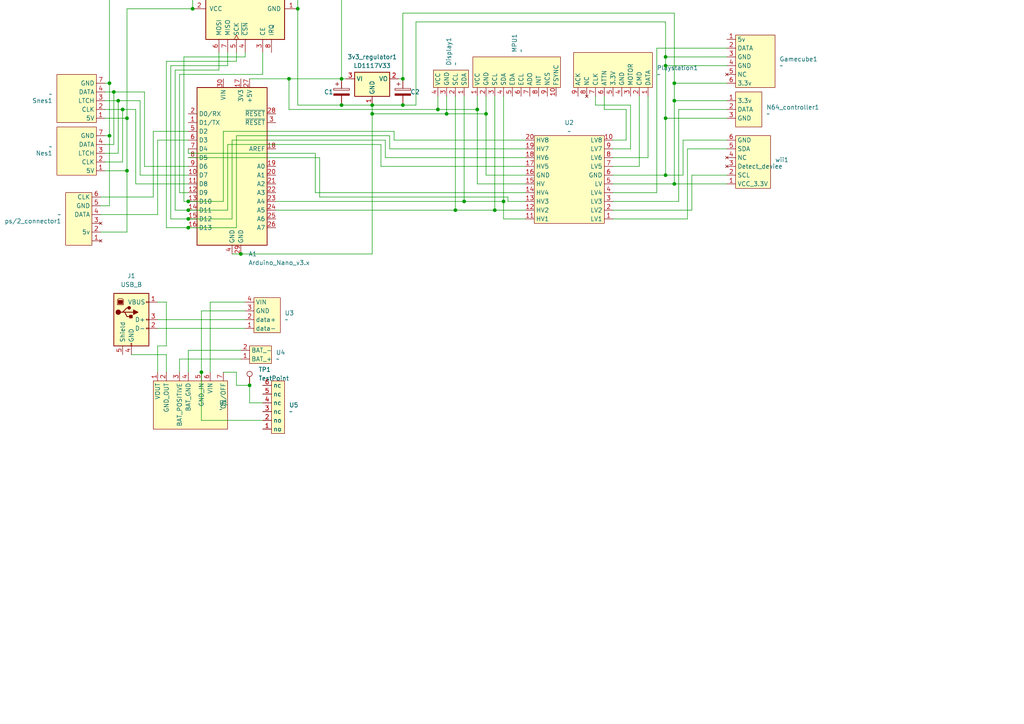
<source format=kicad_sch>
(kicad_sch (version 20231120) (generator "eeschema") (generator_version "8.0")
  (paper "A4")
  (lib_symbols
    (symbol "Connector:TestPoint" (pin_numbers hide) (pin_names (offset 0.762) hide)
      (property "Reference" "TP" (at 0 6.858 0))
      (property "Value" "TestPoint" (at 0 5.08 0))
      (symbol "TestPoint_0_1"
        (circle (center 0 3.302) (radius 0.762))
      )
      (symbol "TestPoint_1_1"
        (pin passive line (at 0 0 90) (length 2.54) (name "1") (number "1"))
      )
    )
    (symbol "Connector:USB_B" (pin_names (offset 1.016))
      (property "Reference" "J" (at -5.08 11.43 0))
      (property "Value" "USB_B" (at -5.08 8.89 0))
      (symbol "USB_B_0_1"
        (rectangle (start -5.08 -7.62) (end 5.08 7.62) (stroke (width 0.254)) (fill (type background)))
        (circle (center -3.81 2.159) (radius 0.635) (stroke (width 0.254)) (fill (type outline)))
        (rectangle (start -3.81 5.588) (end -2.54 4.572) (fill (type outline)))
        (circle (center -0.635 3.429) (radius 0.381) (stroke (width 0.254)) (fill (type outline)))
        (rectangle (start -0.127 -7.62) (end 0.127 -6.858))
        (polyline (pts (xy -1.905 2.159) (xy 0.635 2.159)) (stroke (width 0.254)))
        (polyline (pts (xy -3.175 2.159) (xy -2.54 2.159) (xy -1.27 3.429) (xy -0.635 3.429)) (stroke (width 0.254)))
        (polyline (pts (xy -2.54 2.159) (xy -1.905 2.159) (xy -1.27 0.889) (xy 0 0.889)) (stroke (width 0.254)))
        (polyline (pts (xy 0.635 2.794) (xy 0.635 1.524) (xy 1.905 2.159) (xy 0.635 2.794)) (stroke (width 0.254)) (fill (type outline)))
        (polyline (pts (xy -4.064 4.318) (xy -2.286 4.318) (xy -2.286 5.715) (xy -2.667 6.096) (xy -3.683 6.096) (xy -4.064 5.715) (xy -4.064 4.318)))
        (rectangle (start 0.254 1.27) (end -0.508 0.508) (stroke (width 0.254)) (fill (type outline)))
        (rectangle (start 5.08 -2.667) (end 4.318 -2.413))
        (rectangle (start 5.08 -0.127) (end 4.318 0.127))
        (rectangle (start 5.08 4.953) (end 4.318 5.207))
      )
      (symbol "USB_B_1_1"
        (pin power_out line (at 7.62 5.08 180) (length 2.54) (name "VBUS") (number "1"))
        (pin bidirectional line (at 7.62 -2.54 180) (length 2.54) (name "D-") (number "2"))
        (pin bidirectional line (at 7.62 0 180) (length 2.54) (name "D+") (number "3"))
        (pin power_out line (at 0 -10.16 90) (length 2.54) (name "GND") (number "4"))
        (pin passive line (at -2.54 -10.16 90) (length 2.54) (name "Shield") (number "5"))
      )
    )
    (symbol "PCM_Capacitor_AKL:CP_Radial_D10.0mm_P5.00mm" (pin_numbers hide) (pin_names (offset 0.254))
      (property "Reference" "C" (at 0.635 2.54 0))
      (property "Value" "CP_Radial_D10.0mm_P5.00mm" (at 0.635 -2.54 0))
      (symbol "CP_Radial_D10.0mm_P5.00mm_0_1"
        (rectangle (start -2.286 0.508) (end 2.286 1.016))
        (polyline (pts (xy -1.778 2.286) (xy -0.762 2.286)))
        (polyline (pts (xy -1.27 2.794) (xy -1.27 1.778)))
        (rectangle (start 2.286 -0.508) (end -2.286 -1.016) (fill (type outline)))
      )
      (symbol "CP_Radial_D10.0mm_P5.00mm_1_1"
        (pin passive line (at 0 3.81 270) (length 2.794) (name "~") (number "1"))
        (pin passive line (at 0 -3.81 90) (length 2.794) (name "~") (number "2"))
      )
    )
    (symbol "Symbols_cez:1.5_inch_oled"
      (property "Reference" "U" (at 0 0 0))
      (symbol "1.5_inch_oled_0_1"
        (rectangle (start 6.35 6.35) (end 11.43 -3.81) (fill (type background)))
      )
      (symbol "1.5_inch_oled_1_1"
        (pin input line (at 13.97 5.08 180) (length 2.54) (name "SDA") (number "1"))
        (pin input line (at 13.97 2.54 180) (length 2.54) (name "SCL") (number "2"))
        (pin input line (at 13.97 0 180) (length 2.54) (name "GND") (number "3"))
        (pin input line (at 13.97 -2.54 180) (length 2.54) (name "VCC") (number "4"))
      )
    )
    (symbol "Symbols_cez:8_Channel_Logic_Level_Converter"
      (property "Reference" "U" (at 0 0 0))
      (symbol "8_Channel_Logic_Level_Converter_0_1"
        (rectangle (start 12.7 10.16) (end 33.02 -15.24) (fill (type background)))
      )
      (symbol "8_Channel_Logic_Level_Converter_1_1"
        (pin input line (at 10.16 8.89 0) (length 2.54) (name "LV1") (number "1"))
        (pin input line (at 10.16 -13.97 0) (length 2.54) (name "LV8") (number "10"))
        (pin input line (at 35.56 8.89 180) (length 2.54) (name "HV1") (number "11"))
        (pin input line (at 35.56 6.35 180) (length 2.54) (name "HV2") (number "12"))
        (pin input line (at 35.56 3.81 180) (length 2.54) (name "HV3") (number "13"))
        (pin input line (at 35.56 1.27 180) (length 2.54) (name "HV4") (number "14"))
        (pin input line (at 35.56 -1.27 180) (length 2.54) (name "HV") (number "15"))
        (pin input line (at 35.56 -3.81 180) (length 2.54) (name "GND") (number "16"))
        (pin input line (at 35.56 -6.35 180) (length 2.54) (name "HV5") (number "17"))
        (pin input line (at 35.56 -8.89 180) (length 2.54) (name "HV6") (number "18"))
        (pin input line (at 35.56 -11.43 180) (length 2.54) (name "HV7") (number "19"))
        (pin input line (at 10.16 6.35 0) (length 2.54) (name "LV2") (number "2"))
        (pin input line (at 35.56 -13.97 180) (length 2.54) (name "HV8") (number "20"))
        (pin input line (at 10.16 3.81 0) (length 2.54) (name "LV3") (number "3"))
        (pin input line (at 10.16 1.27 0) (length 2.54) (name "LV4") (number "4"))
        (pin input line (at 10.16 -1.27 0) (length 2.54) (name "LV") (number "5"))
        (pin input line (at 10.16 -3.81 0) (length 2.54) (name "GND") (number "6"))
        (pin input line (at 10.16 -6.35 0) (length 2.54) (name "LV5") (number "7"))
        (pin input line (at 10.16 -8.89 0) (length 2.54) (name "LV6") (number "8"))
        (pin input line (at 10.16 -11.43 0) (length 2.54) (name "LV7") (number "9"))
      )
    )
    (symbol "Symbols_cez:Arduino_Nano_v3.x"
      (property "Reference" "A" (at -10.16 23.495 0))
      (property "Value" "Arduino_Nano_v3.x" (at 5.08 -24.13 0))
      (symbol "Arduino_Nano_v3.x_0_1"
        (rectangle (start -10.16 22.86) (end 10.16 -22.86) (stroke (width 0.254)) (fill (type background)))
      )
      (symbol "Arduino_Nano_v3.x_1_1"
        (pin bidirectional line (at -12.7 12.7 0) (length 2.54) (name "D1/TX") (number "1"))
        (pin bidirectional line (at -12.7 -2.54 0) (length 2.54) (name "D7") (number "10"))
        (pin bidirectional line (at -12.7 -5.08 0) (length 2.54) (name "D8") (number "11"))
        (pin bidirectional line (at -12.7 -7.62 0) (length 2.54) (name "D9") (number "12"))
        (pin bidirectional line (at -12.7 -10.16 0) (length 2.54) (name "D10") (number "13"))
        (pin bidirectional line (at -12.7 -12.7 0) (length 2.54) (name "D11") (number "14"))
        (pin bidirectional line (at -12.7 -15.24 0) (length 2.54) (name "D12") (number "15"))
        (pin bidirectional line (at -12.7 -17.78 0) (length 2.54) (name "D13") (number "16"))
        (pin power_out line (at 2.54 25.4 270) (length 2.54) (name "3V3") (number "17"))
        (pin input line (at 12.7 5.08 180) (length 2.54) (name "AREF") (number "18"))
        (pin bidirectional line (at 12.7 0 180) (length 2.54) (name "A0") (number "19"))
        (pin bidirectional line (at -12.7 15.24 0) (length 2.54) (name "D0/RX") (number "2"))
        (pin bidirectional line (at 12.7 -2.54 180) (length 2.54) (name "A1") (number "20"))
        (pin bidirectional line (at 12.7 -5.08 180) (length 2.54) (name "A2") (number "21"))
        (pin bidirectional line (at 12.7 -7.62 180) (length 2.54) (name "A3") (number "22"))
        (pin bidirectional line (at 12.7 -10.16 180) (length 2.54) (name "A4") (number "23"))
        (pin bidirectional line (at 12.7 -12.7 180) (length 2.54) (name "A5") (number "24"))
        (pin bidirectional line (at 12.7 -15.24 180) (length 2.54) (name "A6") (number "25"))
        (pin bidirectional line (at 12.7 -17.78 180) (length 2.54) (name "A7") (number "26"))
        (pin power_out line (at 5.08 25.4 270) (length 2.54) (name "+5V") (number "27"))
        (pin input line (at 12.7 15.24 180) (length 2.54) (name "~{RESET}") (number "28"))
        (pin power_in line (at 2.54 -25.4 90) (length 2.54) (name "GND") (number "29"))
        (pin input line (at 12.7 12.7 180) (length 2.54) (name "~{RESET}") (number "3"))
        (pin power_in line (at -2.54 25.4 270) (length 2.54) (name "VIN") (number "30"))
        (pin power_in line (at 0 -25.4 90) (length 2.54) (name "GND") (number "4"))
        (pin bidirectional line (at -12.7 10.16 0) (length 2.54) (name "D2") (number "5"))
        (pin bidirectional line (at -12.7 7.62 0) (length 2.54) (name "D3") (number "6"))
        (pin bidirectional line (at -12.7 5.08 0) (length 2.54) (name "D4") (number "7"))
        (pin bidirectional line (at -12.7 2.54 0) (length 2.54) (name "D5") (number "8"))
        (pin bidirectional line (at -12.7 0 0) (length 2.54) (name "D6") (number "9"))
      )
    )
    (symbol "Symbols_cez:Gamecube_controller"
      (property "Reference" "U" (at 13.716 -10.668 0))
      (symbol "Gamecube_controller_0_1"
        (rectangle (start 1.27 3.81) (end 12.7 -11.43) (fill (type background)))
      )
      (symbol "Gamecube_controller_1_1"
        (pin power_in line (at -1.27 2.54 0) (length 2.54) (name "5v") (number "1"))
        (pin passive line (at -1.27 0 0) (length 2.54) (name "DATA") (number "2"))
        (pin passive line (at -1.27 -2.54 0) (length 2.54) (name "GND") (number "3"))
        (pin passive line (at -1.27 -5.08 0) (length 2.54) (name "GND") (number "4"))
        (pin no_connect line (at -1.27 -7.62 0) (length 2.54) (name "NC") (number "5"))
        (pin power_in line (at -1.27 -10.16 0) (length 2.54) (name "3.3v") (number "6"))
      )
    )
    (symbol "Symbols_cez:LD1117V33"
      (property "Reference" "3v3_regulator" (at 11.938 -4.318 0))
      (property "Value" "LD1117V33" (at -5.334 3.302 0))
      (symbol "LD1117V33_0_1"
        (rectangle (start -5.08 -5.08) (end 5.08 1.905) (stroke (width 0.254)) (fill (type background)))
      )
      (symbol "LD1117V33_1_1"
        (pin power_in line (at 0 -7.62 90) (length 2.54) (name "GND") (number "1"))
        (pin power_out line (at 7.62 0 180) (length 2.54) (name "VO") (number "2"))
        (pin power_in line (at -7.62 0 0) (length 2.54) (name "VI") (number "3"))
      )
    )
    (symbol "Symbols_cez:MH-CD42"
      (property "Reference" "U" (at -2.032 -19.304 0))
      (symbol "MH-CD42_0_1"
        (rectangle (start -5.08 0) (end 8.89 -21.59) (fill (type background)))
      )
      (symbol "MH-CD42_1_1"
        (pin power_out line (at 11.43 -1.27 180) (length 2.54) (name "VOUT") (number "1"))
        (pin power_out line (at 11.43 -3.81 180) (length 2.54) (name "GND_OUT") (number "2"))
        (pin passive line (at 11.43 -7.62 180) (length 2.54) (name "BAT_POSITIVE") (number "3"))
        (pin passive line (at 11.43 -10.16 180) (length 2.54) (name "BAT_GND") (number "4"))
        (pin power_in line (at 11.43 -13.97 180) (length 2.54) (name "GND_IN") (number "5"))
        (pin power_in line (at 11.43 -16.51 180) (length 2.54) (name "VIN") (number "6"))
        (pin input line (at 11.43 -20.32 180) (length 2.54) (name "ON/OFF") (number "7"))
      )
    )
    (symbol "Symbols_cez:MPU6500"
      (property "Reference" "MPU6500" (at 8.89 -16.256 0))
      (symbol "MPU6500_0_1"
        (rectangle (start -5.08 6.35) (end 3.81 -19.05) (fill (type background)))
      )
      (symbol "MPU6500_1_1"
        (pin power_in line (at -7.62 5.08 0) (length 2.54) (name "VCC") (number "1"))
        (pin passive line (at -7.62 -17.78 0) (length 2.54) (name "FSYNC") (number "10"))
        (pin passive line (at -7.62 2.54 0) (length 2.54) (name "GND") (number "2"))
        (pin passive line (at -7.62 0 0) (length 2.54) (name "SCL") (number "3"))
        (pin passive line (at -7.62 -2.54 0) (length 2.54) (name "SDA") (number "4"))
        (pin passive line (at -7.62 -5.08 0) (length 2.54) (name "EDA") (number "5"))
        (pin passive line (at -7.62 -7.62 0) (length 2.54) (name "ECL") (number "6"))
        (pin passive line (at -7.62 -10.16 0) (length 2.54) (name "ADO") (number "7"))
        (pin passive line (at -7.62 -12.7 0) (length 2.54) (name "INT") (number "8"))
        (pin passive line (at -7.62 -15.24 0) (length 2.54) (name "NCS") (number "9"))
      )
    )
    (symbol "Symbols_cez:N64_controller"
      (property "Reference" "N64_controller" (at 5.842 7.874 0))
      (symbol "N64_controller_0_1"
        (rectangle (start 2.54 6.35) (end 10.16 -3.81) (fill (type background)))
      )
      (symbol "N64_controller_1_1"
        (pin power_in line (at 0 3.81 0) (length 2.54) (name "3.3v") (number "1"))
        (pin passive line (at 0 1.27 0) (length 2.54) (name "DATA") (number "2"))
        (pin passive line (at 0 -1.27 0) (length 2.54) (name "GND") (number "3"))
      )
    )
    (symbol "Symbols_cez:NRF24L01_Big" (pin_names (offset 1.016))
      (property "Reference" "NRF24" (at -8.89 12.7 0))
      (property "Value" "NRF24L01_Big" (at 3.81 12.7 0))
      (symbol "NRF24L01_Big_0_1"
        (rectangle (start -8.89 11.43) (end 8.89 -11.43) (stroke (width 0.254)) (fill (type background)))
        (polyline (pts (xy 4.445 1.905) (xy 4.445 -1.27)) (stroke (width 0.254)))
        (circle (center 4.445 2.54) (radius 0.635) (stroke (width 0.254)) (fill (type outline)))
        (arc (start 5.715 2.54) (mid 5.3521 3.4546) (end 4.445 3.81) (stroke (width 0.254)))
        (arc (start 6.35 1.905) (mid 5.8763 3.9854) (end 3.81 4.445) (stroke (width 0.254)))
        (arc (start 6.985 1.27) (mid 6.453 4.548) (end 3.175 5.08) (stroke (width 0.254)))
      )
      (symbol "NRF24L01_Big_1_1"
        (pin power_in line (at 0 -15.24 90) (length 3.81) (name "GND") (number "1"))
        (pin power_in line (at 0 15.24 270) (length 3.81) (name "VCC") (number "2"))
        (pin input line (at -12.7 -5.08 0) (length 3.81) (name "CE") (number "3"))
        (pin input line (at -12.7 0 0) (length 3.81) (name "~{CSN}") (number "4"))
        (pin input clock (at -12.7 2.54 0) (length 3.81) (name "SCK") (number "5"))
        (pin input line (at -12.7 7.62 0) (length 3.81) (name "MOSI") (number "6"))
        (pin output line (at -12.7 5.08 0) (length 3.81) (name "MISO") (number "7"))
        (pin output line (at -12.7 -7.62 0) (length 3.81) (name "IRQ") (number "8"))
      )
    )
    (symbol "Symbols_cez:Playstation_2_controller"
      (property "Reference" "U" (at 15.24 -16.002 0))
      (symbol "Playstation_2_controller_0_1"
        (rectangle (start 1.27 3.81) (end 11.43 -19.05) (fill (type background)))
      )
      (symbol "Playstation_2_controller_1_1"
        (pin passive line (at -1.27 -17.78 0) (length 2.54) (name "DATA") (number "1"))
        (pin passive line (at -1.27 -15.24 0) (length 2.54) (name "CMD") (number "2"))
        (pin passive line (at -1.27 -12.7 0) (length 2.54) (name "MOTOR") (number "3"))
        (pin passive line (at -1.27 -10.16 0) (length 2.54) (name "GND") (number "4"))
        (pin passive line (at -1.27 -7.62 0) (length 2.54) (name "3.3V") (number "5"))
        (pin passive line (at -1.27 -5.08 0) (length 2.54) (name "ATTN") (number "6"))
        (pin passive line (at -1.27 -2.54 0) (length 2.54) (name "CLK") (number "7"))
        (pin no_connect line (at -1.27 0 0) (length 2.54) (name "NC") (number "8"))
        (pin passive line (at -1.27 2.54 0) (length 2.54) (name "ACK") (number "9"))
      )
    )
    (symbol "Symbols_cez:Switch_A03_PS-22F03"
      (property "Reference" "U" (at 0 0 0))
      (symbol "Switch_A03_PS-22F03_0_1"
        (rectangle (start 10.16 10.16) (end 13.97 -5.08) (fill (type background)))
      )
      (symbol "Switch_A03_PS-22F03_1_1"
        (pin input line (at 16.51 8.89 180) (length 2.54) (name "no") (number "1"))
        (pin input line (at 16.51 6.35 180) (length 2.54) (name "no") (number "2"))
        (pin input line (at 16.51 3.81 180) (length 2.54) (name "nc") (number "3"))
        (pin input line (at 16.51 1.27 180) (length 2.54) (name "nc") (number "4"))
        (pin input line (at 16.51 -1.27 180) (length 2.54) (name "nc") (number "5"))
        (pin input line (at 16.51 -3.81 180) (length 2.54) (name "nc") (number "6"))
      )
    )
    (symbol "Symbols_cez:Wii_nunchuk"
      (property "Reference" "U" (at -1.778 -3.048 0))
      (symbol "Wii_nunchuk_1_1"
        (rectangle (start 0 11.43) (end 10.16 -3.81) (fill (type background)))
        (pin power_in line (at 12.7 10.16 180) (length 2.54) (name "VCC_3.3V") (number "1"))
        (pin passive line (at 12.7 7.62 180) (length 2.54) (name "SCL") (number "2"))
        (pin no_connect line (at 12.7 5.08 180) (length 2.54) (name "Detect_device") (number "3"))
        (pin no_connect line (at 12.7 2.54 180) (length 2.54) (name "NC") (number "4"))
        (pin passive line (at 12.7 0 180) (length 2.54) (name "SDA") (number "5"))
        (pin passive line (at 12.7 -2.54 180) (length 2.54) (name "GND") (number "6"))
      )
    )
    (symbol "Symbols_cez:battery"
      (property "Reference" "U" (at 0 0 0))
      (symbol "battery_0_1"
        (rectangle (start 0 -2.54) (end 6.35 -7.62) (fill (type background)))
      )
      (symbol "battery_1_1"
        (pin input line (at 8.89 -3.81 180) (length 2.54) (name "BAT_+") (number "1"))
        (pin input line (at 8.89 -6.35 180) (length 2.54) (name "BAT_-") (number "2"))
      )
    )
    (symbol "Symbols_cez:nes_controller"
      (property "Reference" "Nes" (at 3.302 4.572 0))
      (symbol "nes_controller_0_1"
        (rectangle (start -2.54 2.54) (end 8.89 -11.43) (fill (type background)))
      )
      (symbol "nes_controller_1_1"
        (pin power_in line (at -5.08 1.27 0) (length 2.54) (name "5V") (number "1"))
        (pin passive line (at -5.08 -1.27 0) (length 2.54) (name "CLK") (number "2"))
        (pin passive line (at -5.08 -3.81 0) (length 2.54) (name "LTCH") (number "3"))
        (pin passive line (at -5.08 -6.35 0) (length 2.54) (name "DATA") (number "4"))
        (pin passive line (at -5.08 -8.89 0) (length 2.54) (name "GND") (number "7"))
      )
    )
    (symbol "Symbols_cez:ps_2_connector"
      (property "Reference" "ps/2_connector" (at 6.35 8.382 0))
      (symbol "ps_2_connector_0_1"
        (rectangle (start 3.81 6.35) (end 11.43 -8.89) (fill (type background)))
      )
      (symbol "ps_2_connector_1_1"
        (pin no_connect line (at 1.27 5.08 0) (length 2.54) (name "") (number "1"))
        (pin power_out line (at 1.27 2.54 0) (length 2.54) (name "5v") (number "2"))
        (pin no_connect line (at 1.27 0 0) (length 2.54) (name "") (number "3"))
        (pin passive line (at 1.27 -2.54 0) (length 2.54) (name "DATA") (number "4"))
        (pin passive line (at 1.27 -5.08 0) (length 2.54) (name "GND") (number "5"))
        (pin passive line (at 1.27 -7.62 0) (length 2.54) (name "CLK") (number "6"))
      )
    )
    (symbol "Symbols_cez:snes_controller"
      (property "Reference" "Snes" (at 3.302 4.572 0))
      (symbol "snes_controller_0_1"
        (rectangle (start -2.54 2.54) (end 8.89 -11.43) (fill (type background)))
      )
      (symbol "snes_controller_1_1"
        (pin power_in line (at -5.08 1.27 0) (length 2.54) (name "5V") (number "1"))
        (pin passive line (at -5.08 -1.27 0) (length 2.54) (name "CLK") (number "2"))
        (pin passive line (at -5.08 -3.81 0) (length 2.54) (name "LTCH") (number "3"))
        (pin passive line (at -5.08 -6.35 0) (length 2.54) (name "DATA") (number "4"))
        (pin passive line (at -5.08 -8.89 0) (length 2.54) (name "GND") (number "7"))
      )
    )
    (symbol "Symbols_cez:usb-b"
      (property "Reference" "U" (at 0 0 0))
      (symbol "usb-b_0_1"
        (rectangle (start -6.35 -1.27) (end 1.27 -11.43) (fill (type background)))
      )
      (symbol "usb-b_1_1"
        (pin passive line (at 3.81 -2.54 180) (length 2.54) (name "data-") (number "1"))
        (pin passive line (at 3.81 -5.08 180) (length 2.54) (name "data+") (number "2"))
        (pin passive line (at 3.81 -7.62 180) (length 2.54) (name "GND") (number "3"))
        (pin passive line (at 3.81 -10.16 180) (length 2.54) (name "VIN") (number "4"))
      )
    )
  )
  (junction (at 132.08 60.96))
  (junction (at 129.54 33.02))
  (junction (at 146.05 58.42))
  (junction (at 107.95 33.02))
  (junction (at 99.06 30.48))
  (junction (at 31.75 24.13))
  (junction (at 107.95 30.48))
  (junction (at 127 31.75))
  (junction (at 134.62 58.42))
  (junction (at 193.04 19.05))
  (junction (at 99.06 22.86))
  (junction (at 33.02 26.67))
  (junction (at 195.58 29.21))
  (junction (at 54.61 60.96))
  (junction (at 195.58 24.13))
  (junction (at 31.75 39.37))
  (junction (at 36.83 49.53))
  (junction (at 193.04 34.29))
  (junction (at 195.58 53.34))
  (junction (at 58.42 107.95))
  (junction (at 83.82 22.86))
  (junction (at 36.83 34.29))
  (junction (at 54.61 66.04))
  (junction (at 116.84 22.86))
  (junction (at 34.29 29.21))
  (junction (at 193.04 50.8))
  (junction (at 35.56 31.75))
  (junction (at 55.88 2.54))
  (junction (at 72.39 111.76))
  (junction (at 54.61 63.5))
  (junction (at 193.04 16.51))
  (junction (at 138.43 31.75))
  (junction (at 54.61 58.42))
  (junction (at 86.36 2.54))
  (junction (at 69.85 73.66))
  (junction (at 116.84 30.48))
  (junction (at 140.97 33.02))
  (junction (at 143.51 60.96))
  (wire (pts (xy 107.95 33.02) (xy 129.54 33.02)))
  (wire (pts (xy 175.26 31.75) (xy 181.61 31.75)))
  (wire (pts (xy 68.58 66.04) (xy 54.61 66.04)))
  (wire (pts (xy 111.76 45.72) (xy 111.76 40.64)))
  (wire (pts (xy 68.58 111.76) (xy 72.39 111.76)))
  (wire (pts (xy 48.26 87.63) (xy 45.72 87.63)))
  (wire (pts (xy 199.39 43.18) (xy 210.82 43.18)))
  (wire (pts (xy 60.96 87.63) (xy 60.96 107.95)))
  (wire (pts (xy 54.61 101.6) (xy 69.85 101.6)))
  (wire (pts (xy 120.65 30.48) (xy 120.65 6.35)))
  (wire (pts (xy 175.26 27.94) (xy 175.26 31.75)))
  (wire (pts (xy 116.84 30.48) (xy 120.65 30.48)))
  (wire (pts (xy 152.4 48.26) (xy 110.49 48.26)))
  (wire (pts (xy 110.49 48.26) (xy 110.49 41.91)))
  (wire (pts (xy 182.88 30.48) (xy 182.88 43.18)))
  (wire (pts (xy 177.8 58.42) (xy 196.85 58.42)))
  (wire (pts (xy 177.8 60.96) (xy 200.66 60.96)))
  (wire (pts (xy 193.04 50.8) (xy 177.8 50.8)))
  (wire (pts (xy 55.88 2.54) (xy 55.88 -12.7)))
  (wire (pts (xy 45.72 107.95) (xy 45.72 100.33)))
  (wire (pts (xy 193.04 16.51) (xy 193.04 19.05)))
  (wire (pts (xy 71.12 87.63) (xy 60.96 87.63)))
  (wire (pts (xy 66.04 41.91) (xy 66.04 60.96)))
  (wire (pts (xy 31.75 -13.97) (xy 31.75 24.13)))
  (wire (pts (xy 147.32 57.15) (xy 92.71 57.15)))
  (wire (pts (xy 66.04 15.24) (xy 66.04 19.05)))
  (wire (pts (xy 55.88 2.54) (xy 36.83 2.54)))
  (wire (pts (xy 40.64 29.21) (xy 34.29 29.21)))
  (wire (pts (xy 35.56 46.99) (xy 35.56 31.75)))
  (wire (pts (xy 44.45 38.1) (xy 54.61 38.1)))
  (wire (pts (xy 86.36 2.54) (xy 86.36 30.48)))
  (wire (pts (xy 31.75 24.13) (xy 30.48 24.13)))
  (wire (pts (xy 31.75 39.37) (xy 31.75 24.13)))
  (wire (pts (xy 69.85 104.14) (xy 52.07 104.14)))
  (wire (pts (xy 80.01 58.42) (xy 134.62 58.42)))
  (wire (pts (xy 53.34 16.51) (xy 71.12 16.51)))
  (wire (pts (xy 193.04 34.29) (xy 193.04 50.8)))
  (wire (pts (xy 185.42 48.26) (xy 177.8 48.26)))
  (wire (pts (xy 36.83 49.53) (xy 30.48 49.53)))
  (wire (pts (xy 152.4 58.42) (xy 147.32 58.42)))
  (wire (pts (xy 39.37 31.75) (xy 35.56 31.75)))
  (wire (pts (xy 54.61 50.8) (xy 40.64 50.8)))
  (wire (pts (xy 64.77 38.1) (xy 64.77 58.42)))
  (wire (pts (xy 67.31 40.64) (xy 67.31 63.5)))
  (wire (pts (xy 114.3 40.64) (xy 114.3 38.1)))
  (wire (pts (xy 181.61 31.75) (xy 181.61 40.64)))
  (wire (pts (xy 30.48 46.99) (xy 35.56 46.99)))
  (wire (pts (xy 49.53 19.05) (xy 49.53 63.5)))
  (wire (pts (xy 30.48 39.37) (xy 31.75 39.37)))
  (wire (pts (xy 152.4 55.88) (xy 91.44 55.88)))
  (wire (pts (xy 129.54 33.02) (xy 129.54 27.94)))
  (wire (pts (xy 187.96 27.94) (xy 187.96 45.72)))
  (wire (pts (xy 72.39 116.84) (xy 76.2 116.84)))
  (wire (pts (xy 58.42 90.17) (xy 58.42 107.95)))
  (wire (pts (xy 36.83 2.54) (xy 36.83 34.29)))
  (wire (pts (xy 72.39 22.86) (xy 83.82 22.86)))
  (wire (pts (xy 107.95 73.66) (xy 107.95 33.02)))
  (wire (pts (xy 113.03 43.18) (xy 113.03 39.37)))
  (wire (pts (xy 193.04 19.05) (xy 193.04 34.29)))
  (wire (pts (xy 143.51 60.96) (xy 152.4 60.96)))
  (wire (pts (xy 172.72 30.48) (xy 182.88 30.48)))
  (wire (pts (xy 190.5 13.97) (xy 190.5 55.88)))
  (wire (pts (xy 52.07 104.14) (xy 52.07 107.95)))
  (wire (pts (xy 72.39 111.76) (xy 72.39 116.84)))
  (wire (pts (xy 54.61 107.95) (xy 54.61 101.6)))
  (wire (pts (xy 196.85 31.75) (xy 210.82 31.75)))
  (wire (pts (xy 120.65 6.35) (xy 193.04 6.35)))
  (wire (pts (xy 54.61 58.42) (xy 53.34 58.42)))
  (wire (pts (xy 69.85 73.66) (xy 107.95 73.66)))
  (wire (pts (xy 92.71 57.15) (xy 92.71 45.72)))
  (wire (pts (xy 48.26 100.33) (xy 48.26 87.63)))
  (wire (pts (xy 36.83 34.29) (xy 36.83 49.53)))
  (wire (pts (xy 86.36 -13.97) (xy 31.75 -13.97)))
  (wire (pts (xy 146.05 58.42) (xy 146.05 63.5)))
  (wire (pts (xy 177.8 63.5) (xy 199.39 63.5)))
  (wire (pts (xy 91.44 55.88) (xy 91.44 44.45)))
  (wire (pts (xy 182.88 43.18) (xy 177.8 43.18)))
  (wire (pts (xy 143.51 27.94) (xy 143.51 60.96)))
  (wire (pts (xy 49.53 63.5) (xy 54.61 63.5)))
  (wire (pts (xy 195.58 24.13) (xy 195.58 29.21)))
  (wire (pts (xy 44.45 57.15) (xy 44.45 38.1)))
  (wire (pts (xy 76.2 121.92) (xy 58.42 121.92)))
  (wire (pts (xy 114.3 38.1) (xy 64.77 38.1)))
  (wire (pts (xy 134.62 58.42) (xy 134.62 27.94)))
  (wire (pts (xy 33.02 41.91) (xy 30.48 41.91)))
  (wire (pts (xy 140.97 50.8) (xy 152.4 50.8)))
  (wire (pts (xy 152.4 45.72) (xy 111.76 45.72)))
  (wire (pts (xy 33.02 26.67) (xy 33.02 41.91)))
  (wire (pts (xy 195.58 3.81) (xy 195.58 24.13)))
  (wire (pts (xy 138.43 31.75) (xy 138.43 53.34)))
  (wire (pts (xy 66.04 19.05) (xy 49.53 19.05)))
  (wire (pts (xy 99.06 -12.7) (xy 99.06 22.86)))
  (wire (pts (xy 48.26 17.78) (xy 48.26 66.04)))
  (wire (pts (xy 76.2 21.59) (xy 52.07 21.59)))
  (wire (pts (xy 41.91 48.26) (xy 41.91 26.67)))
  (wire (pts (xy 140.97 33.02) (xy 140.97 27.94)))
  (wire (pts (xy 107.95 33.02) (xy 107.95 30.48)))
  (wire (pts (xy 30.48 34.29) (xy 36.83 34.29)))
  (wire (pts (xy 193.04 34.29) (xy 210.82 34.29)))
  (wire (pts (xy 40.64 50.8) (xy 40.64 29.21)))
  (wire (pts (xy 110.49 41.91) (xy 66.04 41.91)))
  (wire (pts (xy 67.31 73.66) (xy 69.85 73.66)))
  (wire (pts (xy 39.37 53.34) (xy 39.37 31.75)))
  (wire (pts (xy 210.82 13.97) (xy 190.5 13.97)))
  (wire (pts (xy 152.4 40.64) (xy 114.3 40.64)))
  (wire (pts (xy 83.82 31.75) (xy 127 31.75)))
  (wire (pts (xy 86.36 2.54) (xy 86.36 -13.97)))
  (wire (pts (xy 92.71 45.72) (xy 54.61 45.72)))
  (wire (pts (xy 116.84 3.81) (xy 195.58 3.81)))
  (wire (pts (xy 91.44 44.45) (xy 54.61 44.45)))
  (wire (pts (xy 195.58 29.21) (xy 210.82 29.21)))
  (wire (pts (xy 193.04 16.51) (xy 210.82 16.51)))
  (wire (pts (xy 50.8 60.96) (xy 54.61 60.96)))
  (wire (pts (xy 68.58 39.37) (xy 68.58 66.04)))
  (wire (pts (xy 138.43 31.75) (xy 138.43 27.94)))
  (wire (pts (xy 38.1 102.87) (xy 48.26 102.87)))
  (wire (pts (xy 29.21 67.31) (xy 36.83 67.31)))
  (wire (pts (xy 195.58 53.34) (xy 210.82 53.34)))
  (wire (pts (xy 140.97 33.02) (xy 140.97 50.8)))
  (wire (pts (xy 193.04 50.8) (xy 198.12 50.8)))
  (wire (pts (xy 50.8 20.32) (xy 50.8 60.96)))
  (wire (pts (xy 200.66 50.8) (xy 210.82 50.8)))
  (wire (pts (xy 152.4 43.18) (xy 113.03 43.18)))
  (wire (pts (xy 45.72 100.33) (xy 48.26 100.33)))
  (wire (pts (xy 35.56 31.75) (xy 30.48 31.75)))
  (wire (pts (xy 138.43 53.34) (xy 152.4 53.34)))
  (wire (pts (xy 71.12 90.17) (xy 58.42 90.17)))
  (wire (pts (xy 54.61 48.26) (xy 41.91 48.26)))
  (wire (pts (xy 185.42 27.94) (xy 185.42 48.26)))
  (wire (pts (xy 76.2 15.24) (xy 76.2 21.59)))
  (wire (pts (xy 196.85 58.42) (xy 196.85 31.75)))
  (wire (pts (xy 132.08 60.96) (xy 132.08 27.94)))
  (wire (pts (xy 198.12 40.64) (xy 210.82 40.64)))
  (wire (pts (xy 127 31.75) (xy 127 27.94)))
  (wire (pts (xy 129.54 33.02) (xy 140.97 33.02)))
  (wire (pts (xy 52.07 55.88) (xy 54.61 55.88)))
  (wire (pts (xy 66.04 60.96) (xy 54.61 60.96)))
  (wire (pts (xy 199.39 63.5) (xy 199.39 43.18)))
  (wire (pts (xy 172.72 27.94) (xy 172.72 30.48)))
  (wire (pts (xy 48.26 66.04) (xy 54.61 66.04)))
  (wire (pts (xy 29.21 59.69) (xy 31.75 59.69)))
  (wire (pts (xy 45.72 62.23) (xy 45.72 40.64)))
  (wire (pts (xy 190.5 55.88) (xy 177.8 55.88)))
  (wire (pts (xy 99.06 22.86) (xy 100.33 22.86)))
  (wire (pts (xy 34.29 29.21) (xy 30.48 29.21)))
  (wire (pts (xy 64.77 107.95) (xy 68.58 107.95)))
  (wire (pts (xy 193.04 19.05) (xy 210.82 19.05)))
  (wire (pts (xy 146.05 58.42) (xy 134.62 58.42)))
  (wire (pts (xy 45.72 95.25) (xy 71.12 95.25)))
  (wire (pts (xy 68.58 107.95) (xy 68.58 111.76)))
  (wire (pts (xy 55.88 -12.7) (xy 99.06 -12.7)))
  (wire (pts (xy 31.75 59.69) (xy 31.75 39.37)))
  (wire (pts (xy 195.58 53.34) (xy 177.8 53.34)))
  (wire (pts (xy 30.48 26.67) (xy 33.02 26.67)))
  (wire (pts (xy 53.34 58.42) (xy 53.34 16.51)))
  (wire (pts (xy 45.72 40.64) (xy 54.61 40.64)))
  (wire (pts (xy 54.61 53.34) (xy 39.37 53.34)))
  (wire (pts (xy 63.5 20.32) (xy 50.8 20.32)))
  (wire (pts (xy 146.05 63.5) (xy 152.4 63.5)))
  (wire (pts (xy 127 31.75) (xy 138.43 31.75)))
  (wire (pts (xy 99.06 30.48) (xy 107.95 30.48)))
  (wire (pts (xy 71.12 16.51) (xy 71.12 15.24)))
  (wire (pts (xy 107.95 30.48) (xy 116.84 30.48)))
  (wire (pts (xy 34.29 44.45) (xy 34.29 29.21)))
  (wire (pts (xy 64.77 58.42) (xy 54.61 58.42)))
  (wire (pts (xy 195.58 24.13) (xy 210.82 24.13)))
  (wire (pts (xy 68.58 15.24) (xy 68.58 17.78)))
  (wire (pts (xy 41.91 26.67) (xy 33.02 26.67)))
  (wire (pts (xy 147.32 58.42) (xy 147.32 57.15)))
  (wire (pts (xy 195.58 29.21) (xy 195.58 53.34)))
  (wire (pts (xy 113.03 39.37) (xy 68.58 39.37)))
  (wire (pts (xy 181.61 40.64) (xy 177.8 40.64)))
  (wire (pts (xy 67.31 63.5) (xy 54.61 63.5)))
  (wire (pts (xy 83.82 22.86) (xy 83.82 31.75)))
  (wire (pts (xy 29.21 57.15) (xy 44.45 57.15)))
  (wire (pts (xy 48.26 102.87) (xy 48.26 107.95)))
  (wire (pts (xy 36.83 67.31) (xy 36.83 49.53)))
  (wire (pts (xy 187.96 45.72) (xy 177.8 45.72)))
  (wire (pts (xy 116.84 22.86) (xy 116.84 3.81)))
  (wire (pts (xy 80.01 60.96) (xy 132.08 60.96)))
  (wire (pts (xy 45.72 92.71) (xy 71.12 92.71)))
  (wire (pts (xy 200.66 60.96) (xy 200.66 50.8)))
  (wire (pts (xy 52.07 21.59) (xy 52.07 55.88)))
  (wire (pts (xy 54.61 44.45) (xy 54.61 43.18)))
  (wire (pts (xy 68.58 17.78) (xy 48.26 17.78)))
  (wire (pts (xy 111.76 40.64) (xy 67.31 40.64)))
  (wire (pts (xy 198.12 50.8) (xy 198.12 40.64)))
  (wire (pts (xy 146.05 27.94) (xy 146.05 58.42)))
  (wire (pts (xy 116.84 22.86) (xy 115.57 22.86)))
  (wire (pts (xy 30.48 44.45) (xy 34.29 44.45)))
  (wire (pts (xy 63.5 15.24) (xy 63.5 20.32)))
  (wire (pts (xy 86.36 30.48) (xy 99.06 30.48)))
  (wire (pts (xy 143.51 60.96) (xy 132.08 60.96)))
  (wire (pts (xy 29.21 62.23) (xy 45.72 62.23)))
  (wire (pts (xy 83.82 22.86) (xy 99.06 22.86)))
  (wire (pts (xy 193.04 6.35) (xy 193.04 16.51)))
  (wire (pts (xy 58.42 107.95) (xy 58.42 121.92)))
  (symbol (lib_id "Symbols_cez:Gamecube_controller") (at 212.09 13.97 0) (unit 1)
    (property "Reference" "Gamecube1" (at 226.06 17.1449 0) (effects (justify left)))
    (property "Value" "~" (at 226.06 19.05 0) (effects (justify left)))
    (property "Footprint" "Footprints_cez:Gamecube controller" (effects (hide yes)))
  )
  (symbol (lib_id "Symbols_cez:Wii_nunchuk") (at 223.52 43.18 180) (unit 1)
    (property "Reference" "wii1" (at 224.79 46.3549 0) (effects (justify right)))
    (property "Value" "~" (at 224.79 48.26 0) (effects (justify right)))
    (property "Footprint" "Footprints_cez:CONN_WII" (effects (hide yes)))
  )
  (symbol (lib_id "Symbols_cez:Switch_A03_PS-22F03") (at 92.71 115.57 180) (unit 1)
    (property "Reference" "U5" (at 83.82 117.4749 0) (effects (justify right)))
    (property "Value" "~" (at 83.82 119.38 0) (effects (justify right)))
    (property "Footprint" "Footprints_cez:Switch A03 PS-22F03" (effects (hide yes)))
  )
  (symbol (lib_id "Symbols_cez:MPU6500") (at 143.51 20.32 90) (unit 1)
    (property "Reference" "MPU1" (at 149.2249 15.24 0) (effects (justify left)))
    (property "Value" "~" (at 151.13 15.24 0) (effects (justify left)))
    (property "Footprint" "Footprints_cez:MPU6500" (effects (hide yes)))
  )
  (symbol (lib_id "Symbols_cez:battery") (at 78.74 107.95 180) (unit 1)
    (property "Reference" "U4" (at 80.01 102.2349 0) (effects (justify right)))
    (property "Value" "~" (at 80.01 104.14 0) (effects (justify right)))
    (property "Footprint" "Footprints_cez:BH-18650-PC2" (effects (hide yes)))
  )
  (symbol (lib_id "Connector:TestPoint") (at 72.39 111.76 0) (unit 1)
    (property "Reference" "TP1" (at 74.93 107.1879 0) (effects (justify left)))
    (property "Value" "TestPoint" (at 74.93 109.7279 0) (effects (justify left)))
    (property "Footprint" "Connector_PinHeader_2.54mm:PinHeader_1x01_P2.54mm_Vertical" (effects (hide yes)))
    (property "Description" "test point" (effects (hide yes)))
  )
  (symbol (lib_id "Symbols_cez:Arduino_Nano_v3.x") (at 67.31 48.26 0) (unit 1)
    (property "Reference" "A1" (at 72.0441 73.66 0) (effects (justify left)))
    (property "Value" "Arduino_Nano_v3.x" (at 72.0441 76.2 0) (effects (justify left)))
    (property "Footprint" "Footprints_cez:Arduino nano breakout" (effects (hide yes)))
    (property "Datasheet" "http://www.mouser.com/pdfdocs/Gravitech_Arduino_Nano3_0.pdf" (effects (hide yes)))
    (property "Description" "Arduino Nano v3.x" (effects (hide yes)))
  )
  (symbol (lib_id "Symbols_cez:LD1117V33") (at 107.95 22.86 0) (unit 1)
    (property "Reference" "3v3_regulator1" (at 107.95 16.51 0))
    (property "Value" "LD1117V33" (at 107.95 19.05 0))
    (property "Footprint" "Package_TO_SOT_THT:TO-220-3_Horizontal_TabDown" (effects (hide yes)))
    (property "Description" "800mA 3.3V Regulator" (effects (hide yes)))
  )
  (symbol (lib_id "Symbols_cez:MH-CD42") (at 44.45 119.38 90) (unit 1)
    (property "Reference" "U1" (at 63.5 116.8399 90) (effects (justify right)))
    (property "Value" "~" (at 63.5 118.745 90) (effects (justify right)))
    (property "Footprint" "Footprints_cez:MH-CD42" (effects (hide yes)))
  )
  (symbol (lib_id "Symbols_cez:N64_controller") (at 210.82 33.02 0) (unit 1)
    (property "Reference" "N64_controller1" (at 222.25 31.1149 0) (effects (justify left)))
    (property "Value" "~" (at 222.25 33.02 0) (effects (justify left)))
    (property "Footprint" "Footprints_cez:N64_controller" (effects (hide yes)))
  )
  (symbol (lib_id "Symbols_cez:ps_2_connector") (at 30.48 64.77 180) (unit 1)
    (property "Reference" "ps/2_connector1" (at 17.78 64.1351 0) (effects (justify left)))
    (property "Value" "~" (at 17.78 62.23 0) (effects (justify left)))
    (property "Footprint" "Footprints_cez:ps_2 connector" (effects (hide yes)))
  )
  (symbol (lib_id "PCM_Capacitor_AKL:CP_Radial_D10.0mm_P5.00mm") (at 99.06 26.67 0) (unit 1)
    (property "Reference" "C1" (at 93.98 26.67 0) (effects (justify left)))
    (property "Value" "CP_Radial_D10.0mm_P5.00mm" (effects (hide yes)))
    (property "Footprint" "Capacitor_THT:CP_Radial_D14.0mm_P5.00mm" (effects (hide yes)))
    (property "Description" "THT Electrolytic Capacitor, 10.0mm Diameter, 5.00mm Pitch, European Symbol, Alternate KiCad Library" (effects (hide yes)))
  )
  (symbol (lib_id "Symbols_cez:snes_controller") (at 25.4 33.02 180) (unit 1)
    (property "Reference" "Snes1" (at 15.24 29.2101 0) (effects (justify left)))
    (property "Value" "~" (at 15.24 27.305 0) (effects (justify left)))
    (property "Footprint" "Footprints_cez:snes_controller_v2" (effects (hide yes)))
  )
  (symbol (lib_id "Symbols_cez:8_Channel_Logic_Level_Converter") (at 187.96 54.61 180) (unit 1)
    (property "Reference" "U2" (at 165.1 35.56 0))
    (property "Value" "~" (at 165.1 38.1 0))
    (property "Footprint" "Footprints_cez:8 Channel Logic Level Converter" (effects (hide yes)))
  )
  (symbol (lib_id "Symbols_cez:1.5_inch_oled") (at 129.54 13.97 270) (unit 1)
    (property "Reference" "Display1" (at 130.1749 19.05 0) (effects (justify right)))
    (property "Value" "~" (at 132.08 19.05 0) (effects (justify right)))
    (property "Footprint" "Footprints_cez:1.5 inch oled" (effects (hide yes)))
  )
  (symbol (lib_id "Symbols_cez:usb-b") (at 74.93 97.79 180) (unit 1)
    (property "Reference" "U3" (at 82.55 90.8049 0) (effects (justify right)))
    (property "Value" "~" (at 82.55 92.71 0) (effects (justify right)))
    (property "Footprint" "Footprints_cez:USB-B" (effects (hide yes)))
  )
  (symbol (lib_id "Symbols_cez:nes_controller") (at 25.4 48.26 180) (unit 1)
    (property "Reference" "Nes1" (at 15.24 44.4501 0) (effects (justify left)))
    (property "Value" "~" (at 15.24 42.545 0) (effects (justify left)))
    (property "Footprint" "Footprints_cez:Nes_controller_90_degree" (effects (hide yes)))
  )
  (symbol (lib_id "Symbols_cez:NRF24L01_Big") (at 71.12 2.54 90) (unit 1)
    (property "Reference" "NRF1" (at 71.12 -10.16 90))
    (property "Value" "NRF24L01_Big" (at 71.12 -7.62 90))
    (property "Footprint" "Footprints_cez:nRF24L01_big" (effects (hide yes)))
  )
  (symbol (lib_id "Symbols_cez:Playstation_2_controller") (at 170.18 26.67 90) (unit 1)
    (property "Reference" "Playstation1" (at 190.5 19.6849 90) (effects (justify right)))
    (property "Value" "~" (at 190.5 21.59 90) (effects (justify right)))
    (property "Footprint" "Footprints_cez:Playstation 2 controller 180" (effects (hide yes)))
  )
  (symbol (lib_id "Connector:USB_B") (at 38.1 92.71 0) (unit 1)
    (property "Reference" "J1" (at 38.1 80.01 0))
    (property "Value" "USB_B" (at 38.1 82.55 0))
    (property "Footprint" "Connector_PinHeader_2.54mm:PinHeader_1x04_P2.54mm_Vertical" (effects (hide yes)))
    (property "Description" "USB Type B connector" (effects (hide yes)))
  )
  (symbol (lib_id "PCM_Capacitor_AKL:CP_Radial_D10.0mm_P5.00mm") (at 116.84 26.67 0) (unit 1)
    (property "Reference" "C2" (at 120.396 26.67 0))
    (property "Value" "CP_Radial_D10.0mm_P5.00mm" (effects (hide yes)))
    (property "Footprint" "Capacitor_THT:CP_Radial_D14.0mm_P5.00mm" (effects (hide yes)))
    (property "Description" "THT Electrolytic Capacitor, 10.0mm Diameter, 5.00mm Pitch, European Symbol, Alternate KiCad Library" (effects (hide yes)))
  )
)
</source>
